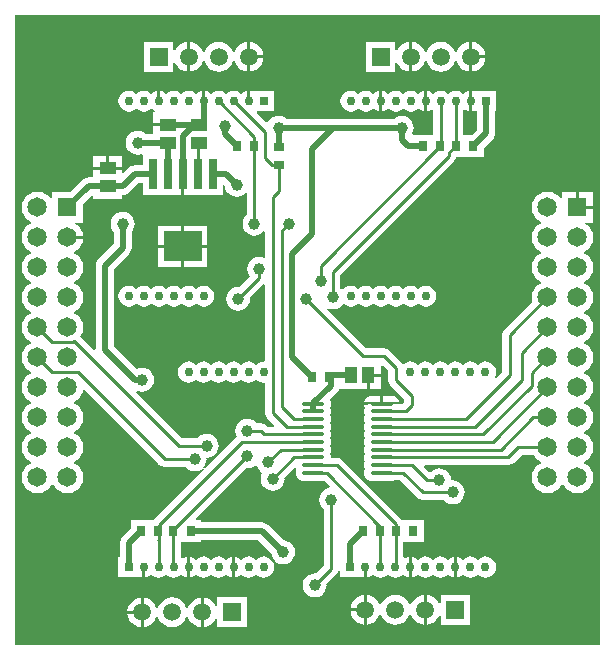
<source format=gbl>
%FSAX43Y43*%
%MOMM*%
G71*
G01*
G75*
G04 Layer_Physical_Order=2*
G04 Layer_Color=16711680*
%ADD10R,0.700X0.900*%
%ADD11R,0.900X0.700*%
%ADD12C,0.254*%
%ADD13C,0.500*%
%ADD14C,1.500*%
%ADD15R,1.500X1.500*%
%ADD16R,0.765X0.765*%
%ADD17C,0.765*%
%ADD18C,1.650*%
%ADD19R,1.650X1.650*%
%ADD20C,1.000*%
%ADD21R,1.400X1.100*%
%ADD22R,1.100X1.400*%
%ADD23R,0.700X2.500*%
%ADD24R,3.200X2.500*%
%ADD25O,2.000X0.350*%
G36*
X0104775Y0036830D02*
X0055245D01*
Y0090170D01*
X0104775D01*
Y0036830D01*
D02*
G37*
%LPC*%
G36*
X0086255Y0059563D02*
X0085332D01*
Y0058490D01*
X0086255D01*
Y0059563D01*
D02*
G37*
G36*
X0087164Y0057962D02*
X0086466D01*
Y0057408D01*
X0087828D01*
X0087822Y0057457D01*
X0087754Y0057621D01*
X0087645Y0057762D01*
X0087504Y0057871D01*
X0087340Y0057939D01*
X0087164Y0057962D01*
D02*
G37*
G36*
X0086212D02*
X0085514D01*
X0085338Y0057939D01*
X0085174Y0057871D01*
X0085033Y0057762D01*
X0084924Y0057621D01*
X0084856Y0057457D01*
X0084850Y0057408D01*
X0086212D01*
Y0057962D01*
D02*
G37*
G36*
X0084816Y0041074D02*
X0084617Y0041048D01*
X0084313Y0040922D01*
X0084051Y0040722D01*
X0083851Y0040460D01*
X0083725Y0040156D01*
X0083699Y0039957D01*
X0084816D01*
Y0041074D01*
D02*
G37*
G36*
X0065913Y0039497D02*
X0064796D01*
X0064822Y0039298D01*
X0064948Y0038994D01*
X0065148Y0038732D01*
X0065410Y0038532D01*
X0065714Y0038406D01*
X0065913Y0038380D01*
Y0039497D01*
D02*
G37*
G36*
X0084816Y0039703D02*
X0083699D01*
X0083725Y0039504D01*
X0083851Y0039200D01*
X0084051Y0038938D01*
X0084313Y0038738D01*
X0084617Y0038612D01*
X0084816Y0038586D01*
Y0039703D01*
D02*
G37*
G36*
X0065913Y0040868D02*
X0065714Y0040842D01*
X0065410Y0040716D01*
X0065148Y0040516D01*
X0064948Y0040254D01*
X0064822Y0039950D01*
X0064796Y0039751D01*
X0065913D01*
Y0040868D01*
D02*
G37*
G36*
X0095108Y0044345D02*
X0094878Y0044315D01*
X0094663Y0044226D01*
X0094479Y0044084D01*
X0094467D01*
X0094283Y0044226D01*
X0094068Y0044315D01*
X0093838Y0044345D01*
X0093608Y0044315D01*
X0093393Y0044226D01*
X0093209Y0044084D01*
X0093197D01*
X0093013Y0044226D01*
X0092798Y0044315D01*
X0092695Y0044328D01*
Y0043455D01*
Y0042582D01*
X0092798Y0042595D01*
X0093013Y0042684D01*
X0093197Y0042826D01*
X0093209D01*
X0093393Y0042684D01*
X0093608Y0042595D01*
X0093838Y0042565D01*
X0094068Y0042595D01*
X0094283Y0042684D01*
X0094467Y0042826D01*
X0094479D01*
X0094663Y0042684D01*
X0094878Y0042595D01*
X0095108Y0042565D01*
X0095338Y0042595D01*
X0095553Y0042684D01*
X0095737Y0042826D01*
X0095879Y0043010D01*
X0095968Y0043225D01*
X0095998Y0043455D01*
X0095968Y0043685D01*
X0095879Y0043900D01*
X0095737Y0044084D01*
X0095553Y0044226D01*
X0095338Y0044315D01*
X0095108Y0044345D01*
D02*
G37*
G36*
X0087483Y0041091D02*
X0087157Y0041048D01*
X0086853Y0040922D01*
X0086591Y0040722D01*
X0086391Y0040460D01*
X0086288Y0040211D01*
X0086138D01*
X0086035Y0040460D01*
X0085835Y0040722D01*
X0085573Y0040922D01*
X0085269Y0041048D01*
X0085070Y0041074D01*
Y0039830D01*
Y0038586D01*
X0085269Y0038612D01*
X0085573Y0038738D01*
X0085835Y0038938D01*
X0086035Y0039200D01*
X0086138Y0039449D01*
X0086288D01*
X0086391Y0039200D01*
X0086591Y0038938D01*
X0086853Y0038738D01*
X0087157Y0038612D01*
X0087483Y0038569D01*
X0087809Y0038612D01*
X0088113Y0038738D01*
X0088375Y0038938D01*
X0088575Y0039200D01*
X0088678Y0039449D01*
X0088828D01*
X0088931Y0039200D01*
X0089131Y0038938D01*
X0089393Y0038738D01*
X0089697Y0038612D01*
X0089896Y0038586D01*
Y0039830D01*
Y0041074D01*
X0089697Y0041048D01*
X0089393Y0040922D01*
X0089131Y0040722D01*
X0088931Y0040460D01*
X0088828Y0040211D01*
X0088678D01*
X0088575Y0040460D01*
X0088375Y0040722D01*
X0088113Y0040922D01*
X0087809Y0041048D01*
X0087483Y0041091D01*
D02*
G37*
G36*
X0074910Y0040874D02*
X0072410D01*
Y0040160D01*
X0072263Y0040131D01*
X0072212Y0040254D01*
X0072012Y0040516D01*
X0071750Y0040716D01*
X0071446Y0040842D01*
X0071247Y0040868D01*
Y0039624D01*
Y0038380D01*
X0071446Y0038406D01*
X0071750Y0038532D01*
X0072012Y0038732D01*
X0072212Y0038994D01*
X0072263Y0039117D01*
X0072410Y0039088D01*
Y0038374D01*
X0074910D01*
Y0040874D01*
D02*
G37*
G36*
X0068580Y0040885D02*
X0068254Y0040842D01*
X0067950Y0040716D01*
X0067688Y0040516D01*
X0067488Y0040254D01*
X0067385Y0040005D01*
X0067235D01*
X0067132Y0040254D01*
X0066932Y0040516D01*
X0066670Y0040716D01*
X0066366Y0040842D01*
X0066167Y0040868D01*
Y0039624D01*
Y0038380D01*
X0066366Y0038406D01*
X0066670Y0038532D01*
X0066932Y0038732D01*
X0067132Y0038994D01*
X0067235Y0039243D01*
X0067385D01*
X0067488Y0038994D01*
X0067688Y0038732D01*
X0067950Y0038532D01*
X0068254Y0038406D01*
X0068580Y0038363D01*
X0068906Y0038406D01*
X0069210Y0038532D01*
X0069472Y0038732D01*
X0069672Y0038994D01*
X0069775Y0039243D01*
X0069925D01*
X0070028Y0038994D01*
X0070228Y0038732D01*
X0070490Y0038532D01*
X0070794Y0038406D01*
X0070993Y0038380D01*
Y0039624D01*
Y0040868D01*
X0070794Y0040842D01*
X0070490Y0040716D01*
X0070228Y0040516D01*
X0070028Y0040254D01*
X0069925Y0040005D01*
X0069775D01*
X0069672Y0040254D01*
X0069472Y0040516D01*
X0069210Y0040716D01*
X0068906Y0040842D01*
X0068580Y0040885D01*
D02*
G37*
G36*
X0093813Y0041080D02*
X0091313D01*
Y0040367D01*
X0091166Y0040337D01*
X0091115Y0040460D01*
X0090915Y0040722D01*
X0090653Y0040922D01*
X0090349Y0041048D01*
X0090150Y0041074D01*
Y0039830D01*
Y0038586D01*
X0090349Y0038612D01*
X0090653Y0038738D01*
X0090915Y0038938D01*
X0091115Y0039200D01*
X0091166Y0039323D01*
X0091313Y0039293D01*
Y0038580D01*
X0093813D01*
Y0041080D01*
D02*
G37*
G36*
X0091298Y0044345D02*
X0091068Y0044315D01*
X0090853Y0044226D01*
X0090669Y0044084D01*
X0090657D01*
X0090473Y0044226D01*
X0090258Y0044315D01*
X0090028Y0044345D01*
X0089798Y0044315D01*
X0089583Y0044226D01*
X0089399Y0044084D01*
X0089387D01*
X0089203Y0044226D01*
X0088988Y0044315D01*
X0088885Y0044328D01*
Y0043455D01*
Y0042582D01*
X0088988Y0042595D01*
X0089203Y0042684D01*
X0089387Y0042826D01*
X0089399D01*
X0089583Y0042684D01*
X0089798Y0042595D01*
X0090028Y0042565D01*
X0090258Y0042595D01*
X0090473Y0042684D01*
X0090657Y0042826D01*
X0090669D01*
X0090853Y0042684D01*
X0091068Y0042595D01*
X0091298Y0042565D01*
X0091528Y0042595D01*
X0091743Y0042684D01*
X0091927Y0042826D01*
X0091939D01*
X0092123Y0042684D01*
X0092338Y0042595D01*
X0092441Y0042582D01*
Y0043455D01*
Y0044328D01*
X0092338Y0044315D01*
X0092123Y0044226D01*
X0091939Y0044084D01*
X0091927D01*
X0091743Y0044226D01*
X0091528Y0044315D01*
X0091298Y0044345D01*
D02*
G37*
G36*
X0076318D02*
X0076088Y0044315D01*
X0075873Y0044226D01*
X0075689Y0044084D01*
X0075677D01*
X0075493Y0044226D01*
X0075278Y0044315D01*
X0075048Y0044345D01*
X0074818Y0044315D01*
X0074603Y0044226D01*
X0074419Y0044084D01*
X0074407D01*
X0074223Y0044226D01*
X0074008Y0044315D01*
X0073905Y0044328D01*
Y0043455D01*
Y0042582D01*
X0074008Y0042595D01*
X0074223Y0042684D01*
X0074407Y0042826D01*
X0074419D01*
X0074603Y0042684D01*
X0074818Y0042595D01*
X0075048Y0042565D01*
X0075278Y0042595D01*
X0075493Y0042684D01*
X0075677Y0042826D01*
X0075689D01*
X0075873Y0042684D01*
X0076088Y0042595D01*
X0076318Y0042565D01*
X0076548Y0042595D01*
X0076763Y0042684D01*
X0076947Y0042826D01*
X0077089Y0043010D01*
X0077178Y0043225D01*
X0077208Y0043455D01*
X0077178Y0043685D01*
X0077089Y0043900D01*
X0076947Y0044084D01*
X0076763Y0044226D01*
X0076548Y0044315D01*
X0076318Y0044345D01*
D02*
G37*
G36*
X0072508D02*
X0072278Y0044315D01*
X0072063Y0044226D01*
X0071879Y0044084D01*
X0071867D01*
X0071683Y0044226D01*
X0071468Y0044315D01*
X0071238Y0044345D01*
X0071008Y0044315D01*
X0070793Y0044226D01*
X0070609Y0044084D01*
X0070597D01*
X0070413Y0044226D01*
X0070198Y0044315D01*
X0070095Y0044328D01*
Y0043455D01*
Y0042582D01*
X0070198Y0042595D01*
X0070413Y0042684D01*
X0070597Y0042826D01*
X0070609D01*
X0070793Y0042684D01*
X0071008Y0042595D01*
X0071238Y0042565D01*
X0071468Y0042595D01*
X0071683Y0042684D01*
X0071867Y0042826D01*
X0071879D01*
X0072063Y0042684D01*
X0072278Y0042595D01*
X0072508Y0042565D01*
X0072738Y0042595D01*
X0072953Y0042684D01*
X0073137Y0042826D01*
X0073149D01*
X0073333Y0042684D01*
X0073548Y0042595D01*
X0073651Y0042582D01*
Y0043455D01*
Y0044328D01*
X0073548Y0044315D01*
X0073333Y0044226D01*
X0073149Y0044084D01*
X0073137D01*
X0072953Y0044226D01*
X0072738Y0044315D01*
X0072508Y0044345D01*
D02*
G37*
G36*
X0087488Y0087905D02*
X0084988D01*
Y0085405D01*
X0087488D01*
Y0086118D01*
X0087635Y0086148D01*
X0087686Y0086025D01*
X0087886Y0085763D01*
X0088148Y0085563D01*
X0088452Y0085437D01*
X0088651Y0085411D01*
Y0086655D01*
Y0087899D01*
X0088452Y0087873D01*
X0088148Y0087747D01*
X0087886Y0087547D01*
X0087686Y0087285D01*
X0087635Y0087162D01*
X0087488Y0087191D01*
Y0087905D01*
D02*
G37*
G36*
X0076302Y0086528D02*
X0075185D01*
Y0085411D01*
X0075384Y0085437D01*
X0075688Y0085563D01*
X0075950Y0085763D01*
X0076150Y0086025D01*
X0076276Y0086329D01*
X0076302Y0086528D01*
D02*
G37*
G36*
X0068688Y0087905D02*
X0066188D01*
Y0085405D01*
X0068688D01*
Y0086118D01*
X0068835Y0086148D01*
X0068886Y0086025D01*
X0069086Y0085763D01*
X0069348Y0085563D01*
X0069652Y0085437D01*
X0069851Y0085411D01*
Y0086655D01*
Y0087899D01*
X0069652Y0087873D01*
X0069348Y0087747D01*
X0069086Y0087547D01*
X0068886Y0087285D01*
X0068835Y0087162D01*
X0068688Y0087191D01*
Y0087905D01*
D02*
G37*
G36*
X0095102Y0086528D02*
X0093985D01*
Y0085411D01*
X0094184Y0085437D01*
X0094488Y0085563D01*
X0094750Y0085763D01*
X0094950Y0086025D01*
X0095076Y0086329D01*
X0095102Y0086528D01*
D02*
G37*
G36*
X0072518Y0087916D02*
X0072192Y0087873D01*
X0071888Y0087747D01*
X0071626Y0087547D01*
X0071426Y0087285D01*
X0071323Y0087036D01*
X0071173D01*
X0071070Y0087285D01*
X0070870Y0087547D01*
X0070608Y0087747D01*
X0070304Y0087873D01*
X0070105Y0087899D01*
Y0086655D01*
Y0085411D01*
X0070304Y0085437D01*
X0070608Y0085563D01*
X0070870Y0085763D01*
X0071070Y0086025D01*
X0071173Y0086274D01*
X0071323D01*
X0071426Y0086025D01*
X0071626Y0085763D01*
X0071888Y0085563D01*
X0072192Y0085437D01*
X0072518Y0085394D01*
X0072844Y0085437D01*
X0073148Y0085563D01*
X0073410Y0085763D01*
X0073610Y0086025D01*
X0073713Y0086274D01*
X0073863D01*
X0073966Y0086025D01*
X0074166Y0085763D01*
X0074428Y0085563D01*
X0074732Y0085437D01*
X0074931Y0085411D01*
Y0086655D01*
Y0087899D01*
X0074732Y0087873D01*
X0074428Y0087747D01*
X0074166Y0087547D01*
X0073966Y0087285D01*
X0073863Y0087036D01*
X0073713D01*
X0073610Y0087285D01*
X0073410Y0087547D01*
X0073148Y0087747D01*
X0072844Y0087873D01*
X0072518Y0087916D01*
D02*
G37*
G36*
X0093985Y0087899D02*
Y0086782D01*
X0095102D01*
X0095076Y0086981D01*
X0094950Y0087285D01*
X0094750Y0087547D01*
X0094488Y0087747D01*
X0094184Y0087873D01*
X0093985Y0087899D01*
D02*
G37*
G36*
X0075185D02*
Y0086782D01*
X0076302D01*
X0076276Y0086981D01*
X0076150Y0087285D01*
X0075950Y0087547D01*
X0075688Y0087747D01*
X0075384Y0087873D01*
X0075185Y0087899D01*
D02*
G37*
G36*
X0092598Y0083795D02*
X0092368Y0083765D01*
X0092153Y0083676D01*
X0091969Y0083534D01*
X0091957D01*
X0091773Y0083676D01*
X0091558Y0083765D01*
X0091328Y0083795D01*
X0091098Y0083765D01*
X0090883Y0083676D01*
X0090699Y0083534D01*
X0090687D01*
X0090503Y0083676D01*
X0090288Y0083765D01*
X0090185Y0083778D01*
Y0082905D01*
Y0082032D01*
X0090288Y0082045D01*
X0090503Y0082134D01*
X0090554Y0082173D01*
X0090689Y0082107D01*
Y0080071D01*
X0088991D01*
X0088907Y0080196D01*
X0088985Y0080384D01*
X0089020Y0080645D01*
X0088985Y0080906D01*
X0088884Y0081149D01*
X0088724Y0081358D01*
X0088515Y0081519D01*
X0088272Y0081619D01*
X0088011Y0081654D01*
X0087750Y0081619D01*
X0087507Y0081519D01*
X0087354Y0081401D01*
X0078254D01*
X0078101Y0081519D01*
X0077858Y0081619D01*
X0077597Y0081654D01*
X0077336Y0081619D01*
X0077093Y0081519D01*
X0076884Y0081358D01*
X0076724Y0081149D01*
X0076700Y0081093D01*
X0076553Y0081064D01*
X0075733Y0081884D01*
X0075791Y0082022D01*
X0077230D01*
Y0083787D01*
X0075465D01*
Y0083787D01*
X0075384Y0083733D01*
X0075308Y0083765D01*
X0075205Y0083778D01*
Y0082905D01*
X0074951D01*
Y0083778D01*
X0074848Y0083765D01*
X0074633Y0083676D01*
X0074449Y0083534D01*
X0074437D01*
X0074253Y0083676D01*
X0074038Y0083765D01*
X0073808Y0083795D01*
X0073578Y0083765D01*
X0073363Y0083676D01*
X0073179Y0083534D01*
X0073167D01*
X0072983Y0083676D01*
X0072768Y0083765D01*
X0072538Y0083795D01*
X0072308Y0083765D01*
X0072093Y0083676D01*
X0071909Y0083534D01*
X0071897D01*
X0071713Y0083676D01*
X0071498Y0083765D01*
X0071395Y0083778D01*
Y0082905D01*
X0071141D01*
Y0083778D01*
X0071038Y0083765D01*
X0070823Y0083676D01*
X0070639Y0083534D01*
X0070627D01*
X0070443Y0083676D01*
X0070228Y0083765D01*
X0069998Y0083795D01*
X0069768Y0083765D01*
X0069553Y0083676D01*
X0069369Y0083534D01*
X0069357D01*
X0069173Y0083676D01*
X0068958Y0083765D01*
X0068728Y0083795D01*
X0068498Y0083765D01*
X0068283Y0083676D01*
X0068099Y0083534D01*
X0068087D01*
X0067903Y0083676D01*
X0067688Y0083765D01*
X0067585Y0083778D01*
Y0082905D01*
X0067331D01*
Y0083778D01*
X0067228Y0083765D01*
X0067013Y0083676D01*
X0066829Y0083534D01*
X0066817D01*
X0066633Y0083676D01*
X0066418Y0083765D01*
X0066188Y0083795D01*
X0065958Y0083765D01*
X0065743Y0083676D01*
X0065559Y0083534D01*
X0065547D01*
X0065363Y0083676D01*
X0065148Y0083765D01*
X0064918Y0083795D01*
X0064688Y0083765D01*
X0064473Y0083676D01*
X0064289Y0083534D01*
X0064147Y0083350D01*
X0064058Y0083135D01*
X0064028Y0082905D01*
X0064058Y0082675D01*
X0064147Y0082460D01*
X0064289Y0082276D01*
X0064473Y0082134D01*
X0064688Y0082045D01*
X0064918Y0082015D01*
X0065148Y0082045D01*
X0065363Y0082134D01*
X0065547Y0082276D01*
X0065559D01*
X0065743Y0082134D01*
X0065958Y0082045D01*
X0066188Y0082015D01*
X0066418Y0082045D01*
X0066633Y0082134D01*
X0066817Y0082276D01*
X0066829D01*
X0067013Y0082134D01*
X0067134Y0082084D01*
X0067104Y0081937D01*
X0066999D01*
Y0081014D01*
X0068199D01*
Y0080760D01*
X0066999D01*
Y0080143D01*
X0066300D01*
X0066163Y0080248D01*
X0065920Y0080349D01*
X0065659Y0080384D01*
X0065398Y0080349D01*
X0065155Y0080248D01*
X0064946Y0080088D01*
X0064785Y0079879D01*
X0064685Y0079636D01*
X0064650Y0079375D01*
X0064685Y0079114D01*
X0064785Y0078871D01*
X0064946Y0078662D01*
X0065155Y0078502D01*
X0065398Y0078401D01*
X0065659Y0078366D01*
X0065920Y0078401D01*
X0065954Y0078415D01*
X0066079Y0078332D01*
Y0077466D01*
X0065419D01*
X0065223Y0077441D01*
X0065041Y0077365D01*
X0064884Y0077245D01*
X0064458Y0076818D01*
X0064319Y0076876D01*
Y0077077D01*
X0061919D01*
Y0076754D01*
Y0076436D01*
X0061505D01*
X0061505Y0076436D01*
X0061309Y0076411D01*
X0061126Y0076335D01*
X0060970Y0076215D01*
X0060970Y0076215D01*
X0059973Y0075218D01*
X0058393D01*
Y0074720D01*
X0058251Y0074672D01*
X0058123Y0074838D01*
X0057846Y0075051D01*
X0057524Y0075184D01*
X0057178Y0075230D01*
X0056832Y0075184D01*
X0056510Y0075051D01*
X0056233Y0074838D01*
X0056021Y0074562D01*
X0055887Y0074239D01*
X0055842Y0073893D01*
X0055887Y0073548D01*
X0056021Y0073225D01*
X0056233Y0072948D01*
X0056510Y0072736D01*
X0056601Y0072698D01*
Y0072548D01*
X0056510Y0072511D01*
X0056233Y0072298D01*
X0056021Y0072022D01*
X0055887Y0071699D01*
X0055842Y0071353D01*
X0055887Y0071008D01*
X0056021Y0070685D01*
X0056233Y0070408D01*
X0056510Y0070196D01*
X0056601Y0070158D01*
Y0070008D01*
X0056510Y0069971D01*
X0056233Y0069758D01*
X0056021Y0069482D01*
X0055887Y0069159D01*
X0055842Y0068813D01*
X0055887Y0068468D01*
X0056021Y0068145D01*
X0056233Y0067868D01*
X0056510Y0067656D01*
X0056601Y0067618D01*
Y0067468D01*
X0056510Y0067431D01*
X0056233Y0067218D01*
X0056021Y0066942D01*
X0055887Y0066619D01*
X0055842Y0066273D01*
X0055887Y0065928D01*
X0056021Y0065605D01*
X0056233Y0065328D01*
X0056510Y0065116D01*
X0056601Y0065078D01*
Y0064928D01*
X0056510Y0064891D01*
X0056233Y0064678D01*
X0056021Y0064402D01*
X0055887Y0064079D01*
X0055842Y0063733D01*
X0055887Y0063388D01*
X0056021Y0063065D01*
X0056233Y0062788D01*
X0056510Y0062576D01*
X0056601Y0062538D01*
Y0062388D01*
X0056510Y0062351D01*
X0056233Y0062138D01*
X0056021Y0061862D01*
X0055887Y0061539D01*
X0055842Y0061193D01*
X0055887Y0060848D01*
X0056021Y0060525D01*
X0056233Y0060248D01*
X0056510Y0060036D01*
X0056601Y0059998D01*
Y0059848D01*
X0056510Y0059811D01*
X0056233Y0059598D01*
X0056021Y0059322D01*
X0055887Y0058999D01*
X0055842Y0058653D01*
X0055887Y0058308D01*
X0056021Y0057985D01*
X0056233Y0057708D01*
X0056510Y0057496D01*
X0056601Y0057458D01*
Y0057308D01*
X0056510Y0057271D01*
X0056233Y0057058D01*
X0056021Y0056782D01*
X0055887Y0056459D01*
X0055842Y0056113D01*
X0055887Y0055768D01*
X0056021Y0055445D01*
X0056233Y0055168D01*
X0056510Y0054956D01*
X0056601Y0054918D01*
Y0054768D01*
X0056510Y0054731D01*
X0056233Y0054518D01*
X0056021Y0054242D01*
X0055887Y0053919D01*
X0055842Y0053573D01*
X0055887Y0053228D01*
X0056021Y0052905D01*
X0056233Y0052628D01*
X0056510Y0052416D01*
X0056601Y0052378D01*
Y0052228D01*
X0056510Y0052191D01*
X0056233Y0051978D01*
X0056021Y0051702D01*
X0055887Y0051379D01*
X0055842Y0051033D01*
X0055887Y0050688D01*
X0056021Y0050365D01*
X0056233Y0050088D01*
X0056510Y0049876D01*
X0056832Y0049743D01*
X0057178Y0049697D01*
X0057524Y0049743D01*
X0057846Y0049876D01*
X0058123Y0050088D01*
X0058335Y0050365D01*
X0058373Y0050456D01*
X0058523D01*
X0058561Y0050365D01*
X0058773Y0050088D01*
X0059050Y0049876D01*
X0059372Y0049743D01*
X0059718Y0049697D01*
X0060064Y0049743D01*
X0060386Y0049876D01*
X0060663Y0050088D01*
X0060875Y0050365D01*
X0061009Y0050688D01*
X0061054Y0051033D01*
X0061009Y0051379D01*
X0060875Y0051702D01*
X0060663Y0051978D01*
X0060386Y0052191D01*
X0060295Y0052228D01*
Y0052378D01*
X0060386Y0052416D01*
X0060663Y0052628D01*
X0060875Y0052905D01*
X0061009Y0053228D01*
X0061054Y0053573D01*
X0061009Y0053919D01*
X0060875Y0054242D01*
X0060663Y0054518D01*
X0060386Y0054731D01*
X0060295Y0054768D01*
Y0054918D01*
X0060386Y0054956D01*
X0060663Y0055168D01*
X0060875Y0055445D01*
X0061009Y0055768D01*
X0061054Y0056113D01*
X0061009Y0056459D01*
X0060875Y0056782D01*
X0060663Y0057058D01*
X0060386Y0057271D01*
X0060295Y0057308D01*
Y0057458D01*
X0060386Y0057496D01*
X0060663Y0057708D01*
X0060875Y0057985D01*
X0061009Y0058308D01*
X0061022Y0058407D01*
X0061164Y0058455D01*
X0067493Y0052126D01*
X0067700Y0051987D01*
X0067945Y0051939D01*
X0069715D01*
X0069772Y0051865D01*
X0069981Y0051704D01*
X0070224Y0051604D01*
X0070485Y0051569D01*
X0070746Y0051604D01*
X0070989Y0051704D01*
X0071189Y0051858D01*
D01*
X0071237Y0051803D01*
X0071241Y0051698D01*
X0066976Y0047433D01*
X0066975Y0047432D01*
X0065075D01*
Y0046702D01*
X0064353Y0045980D01*
X0064233Y0045823D01*
X0064211Y0045770D01*
X0064157Y0045641D01*
X0064132Y0045445D01*
Y0044338D01*
X0064006D01*
Y0042572D01*
X0065771D01*
Y0042572D01*
X0065852Y0042627D01*
X0065928Y0042595D01*
X0066031Y0042582D01*
Y0043455D01*
X0066285D01*
Y0042582D01*
X0066388Y0042595D01*
X0066603Y0042684D01*
X0066787Y0042826D01*
X0066799D01*
X0066983Y0042684D01*
X0067198Y0042595D01*
X0067428Y0042565D01*
X0067658Y0042595D01*
X0067873Y0042684D01*
X0068057Y0042826D01*
X0068069D01*
X0068253Y0042684D01*
X0068468Y0042595D01*
X0068698Y0042565D01*
X0068928Y0042595D01*
X0069143Y0042684D01*
X0069327Y0042826D01*
X0069339D01*
X0069523Y0042684D01*
X0069738Y0042595D01*
X0069841Y0042582D01*
Y0043455D01*
Y0044328D01*
X0069738Y0044315D01*
X0069523Y0044226D01*
X0069456Y0044175D01*
X0069322Y0044241D01*
Y0045532D01*
X0071033D01*
Y0045726D01*
X0075887D01*
X0076979Y0044634D01*
X0077004Y0044443D01*
X0077104Y0044200D01*
X0077265Y0043991D01*
X0077474Y0043831D01*
X0077717Y0043730D01*
X0077978Y0043695D01*
X0078239Y0043730D01*
X0078482Y0043831D01*
X0078691Y0043991D01*
X0078852Y0044200D01*
X0078952Y0044443D01*
X0078987Y0044704D01*
X0078952Y0044965D01*
X0078852Y0045208D01*
X0078691Y0045417D01*
X0078482Y0045577D01*
X0078239Y0045678D01*
X0078048Y0045703D01*
X0076735Y0047017D01*
X0076578Y0047137D01*
X0076396Y0047213D01*
X0076200Y0047238D01*
X0071033D01*
Y0047432D01*
X0070630D01*
X0070573Y0047571D01*
X0074838Y0051836D01*
X0074930Y0051823D01*
X0075191Y0051858D01*
X0075434Y0051958D01*
X0075537Y0052037D01*
X0075692Y0052057D01*
X0075742Y0052044D01*
X0075835Y0051820D01*
X0075995Y0051611D01*
X0076204Y0051451D01*
X0076215Y0051431D01*
X0076115Y0051188D01*
X0076080Y0050927D01*
X0076115Y0050666D01*
X0076215Y0050423D01*
X0076376Y0050214D01*
X0076585Y0050054D01*
X0076828Y0049953D01*
X0077089Y0049918D01*
X0077350Y0049953D01*
X0077593Y0050054D01*
X0077802Y0050214D01*
X0077963Y0050423D01*
X0078063Y0050666D01*
X0078098Y0050927D01*
X0078085Y0051019D01*
X0078936Y0051870D01*
X0079032Y0051851D01*
X0079102Y0051718D01*
X0079056Y0051607D01*
X0079033Y0051431D01*
X0079056Y0051255D01*
X0079124Y0051091D01*
X0079233Y0050950D01*
X0079374Y0050841D01*
X0079538Y0050773D01*
X0079714Y0050750D01*
X0081364D01*
X0081433Y0050759D01*
X0081915Y0050277D01*
X0081867Y0050135D01*
X0081781Y0050123D01*
X0081538Y0050022D01*
X0081329Y0049862D01*
X0081169Y0049653D01*
X0081068Y0049410D01*
X0081033Y0049149D01*
X0081068Y0048888D01*
X0081169Y0048645D01*
X0081329Y0048436D01*
X0081403Y0048379D01*
Y0043572D01*
X0080737Y0042906D01*
X0080645Y0042919D01*
X0080384Y0042884D01*
X0080141Y0042784D01*
X0079932Y0042623D01*
X0079771Y0042414D01*
X0079671Y0042171D01*
X0079636Y0041910D01*
X0079671Y0041649D01*
X0079771Y0041406D01*
X0079932Y0041197D01*
X0080141Y0041036D01*
X0080384Y0040936D01*
X0080645Y0040901D01*
X0080906Y0040936D01*
X0081149Y0041036D01*
X0081358Y0041197D01*
X0081519Y0041406D01*
X0081619Y0041649D01*
X0081654Y0041910D01*
X0081641Y0042002D01*
X0082494Y0042855D01*
X0082633Y0043062D01*
X0082646Y0043131D01*
X0082796Y0043116D01*
Y0042572D01*
X0084561D01*
Y0042572D01*
X0084642Y0042627D01*
X0084718Y0042595D01*
X0084821Y0042582D01*
Y0043455D01*
X0085075D01*
Y0042582D01*
X0085178Y0042595D01*
X0085393Y0042684D01*
X0085577Y0042826D01*
X0085589D01*
X0085773Y0042684D01*
X0085988Y0042595D01*
X0086218Y0042565D01*
X0086448Y0042595D01*
X0086663Y0042684D01*
X0086847Y0042826D01*
X0086859D01*
X0087043Y0042684D01*
X0087258Y0042595D01*
X0087488Y0042565D01*
X0087718Y0042595D01*
X0087933Y0042684D01*
X0088117Y0042826D01*
X0088129D01*
X0088313Y0042684D01*
X0088528Y0042595D01*
X0088631Y0042582D01*
Y0043455D01*
Y0044328D01*
X0088528Y0044315D01*
X0088313Y0044226D01*
X0088289Y0044207D01*
X0088154Y0044274D01*
Y0045532D01*
X0089865D01*
Y0047432D01*
X0088051D01*
X0087967Y0047557D01*
X0082991Y0052533D01*
X0082784Y0052672D01*
X0082539Y0052720D01*
X0082054D01*
X0082045Y0052731D01*
X0082022Y0052907D01*
X0081960Y0053056D01*
X0082022Y0053205D01*
X0082045Y0053381D01*
X0082022Y0053557D01*
X0081960Y0053706D01*
X0082022Y0053855D01*
X0082045Y0054031D01*
X0082022Y0054207D01*
X0081960Y0054356D01*
X0082022Y0054505D01*
X0082045Y0054681D01*
X0082022Y0054857D01*
X0081960Y0055006D01*
X0082022Y0055155D01*
X0082045Y0055331D01*
X0082022Y0055507D01*
X0081960Y0055656D01*
X0082022Y0055805D01*
X0082045Y0055981D01*
X0082022Y0056157D01*
X0081960Y0056306D01*
X0082022Y0056455D01*
X0082045Y0056631D01*
X0082022Y0056807D01*
X0081960Y0056956D01*
X0082022Y0057105D01*
X0082045Y0057281D01*
X0082022Y0057457D01*
X0081954Y0057621D01*
X0081944Y0057634D01*
X0082565Y0058254D01*
X0082685Y0058411D01*
X0082718Y0058490D01*
X0085078D01*
Y0059690D01*
X0085205D01*
Y0059817D01*
X0086255D01*
Y0060473D01*
X0086394Y0060530D01*
X0086864Y0060060D01*
Y0059309D01*
X0086864Y0059309D01*
X0086864D01*
X0086912Y0059064D01*
X0087051Y0058857D01*
X0088250Y0057658D01*
Y0057404D01*
X0088116Y0057270D01*
X0087854D01*
X0087845Y0057281D01*
X0087843Y0057270D01*
X0087384D01*
X0087340Y0057289D01*
X0087164Y0057312D01*
X0085514D01*
X0085338Y0057289D01*
X0085174Y0057221D01*
X0085087Y0057154D01*
X0084850D01*
X0084856Y0057105D01*
X0084918Y0056956D01*
X0084856Y0056807D01*
X0084833Y0056631D01*
X0084856Y0056455D01*
X0084918Y0056306D01*
X0084856Y0056157D01*
X0084833Y0055981D01*
X0084856Y0055805D01*
X0084918Y0055656D01*
X0084856Y0055507D01*
X0084833Y0055331D01*
X0084856Y0055155D01*
X0084918Y0055006D01*
X0084856Y0054857D01*
X0084833Y0054681D01*
X0084856Y0054505D01*
X0084918Y0054356D01*
X0084856Y0054207D01*
X0084833Y0054031D01*
X0084856Y0053855D01*
X0084918Y0053706D01*
X0084856Y0053557D01*
X0084833Y0053381D01*
X0084856Y0053205D01*
X0084918Y0053056D01*
X0084856Y0052907D01*
X0084833Y0052731D01*
X0084856Y0052555D01*
X0084918Y0052406D01*
X0084856Y0052257D01*
X0084833Y0052081D01*
X0084856Y0051905D01*
X0084918Y0051756D01*
X0084856Y0051607D01*
X0084833Y0051431D01*
X0084856Y0051255D01*
X0084924Y0051091D01*
X0085033Y0050950D01*
X0085174Y0050841D01*
X0085338Y0050773D01*
X0085514Y0050750D01*
X0087164D01*
X0087340Y0050773D01*
X0087384Y0050792D01*
X0087877D01*
X0089337Y0049332D01*
X0089544Y0049193D01*
X0089789Y0049145D01*
X0091559D01*
X0091616Y0049071D01*
X0091825Y0048910D01*
X0092068Y0048810D01*
X0092329Y0048775D01*
X0092590Y0048810D01*
X0092833Y0048910D01*
X0093042Y0049071D01*
X0093202Y0049280D01*
X0093303Y0049523D01*
X0093338Y0049784D01*
X0093303Y0050045D01*
X0093202Y0050288D01*
X0093042Y0050497D01*
X0092833Y0050658D01*
X0092590Y0050758D01*
X0092329Y0050793D01*
X0092303Y0050789D01*
X0092184Y0050881D01*
X0092160Y0051061D01*
X0092060Y0051304D01*
X0091899Y0051513D01*
X0091690Y0051674D01*
X0091447Y0051774D01*
X0091186Y0051809D01*
X0090925Y0051774D01*
X0090682Y0051674D01*
X0090473Y0051513D01*
X0090368Y0051506D01*
X0089921Y0051953D01*
X0089978Y0052092D01*
X0097054D01*
X0097299Y0052140D01*
X0097506Y0052279D01*
X0097506Y0052279D01*
X0097506Y0052279D01*
X0098161Y0052934D01*
X0099189D01*
X0099201Y0052905D01*
X0099413Y0052628D01*
X0099690Y0052416D01*
X0099781Y0052378D01*
Y0052228D01*
X0099690Y0052191D01*
X0099413Y0051978D01*
X0099201Y0051702D01*
X0099067Y0051379D01*
X0099022Y0051033D01*
X0099067Y0050688D01*
X0099201Y0050365D01*
X0099413Y0050088D01*
X0099690Y0049876D01*
X0100012Y0049743D01*
X0100358Y0049697D01*
X0100704Y0049743D01*
X0101026Y0049876D01*
X0101303Y0050088D01*
X0101515Y0050365D01*
X0101553Y0050456D01*
X0101703D01*
X0101741Y0050365D01*
X0101953Y0050088D01*
X0102230Y0049876D01*
X0102552Y0049743D01*
X0102898Y0049697D01*
X0103244Y0049743D01*
X0103566Y0049876D01*
X0103843Y0050088D01*
X0104055Y0050365D01*
X0104189Y0050688D01*
X0104234Y0051033D01*
X0104189Y0051379D01*
X0104055Y0051702D01*
X0103843Y0051978D01*
X0103566Y0052191D01*
X0103475Y0052228D01*
Y0052378D01*
X0103566Y0052416D01*
X0103843Y0052628D01*
X0104055Y0052905D01*
X0104189Y0053228D01*
X0104234Y0053573D01*
X0104189Y0053919D01*
X0104055Y0054242D01*
X0103843Y0054518D01*
X0103566Y0054731D01*
X0103475Y0054768D01*
Y0054918D01*
X0103566Y0054956D01*
X0103843Y0055168D01*
X0104055Y0055445D01*
X0104189Y0055768D01*
X0104234Y0056113D01*
X0104189Y0056459D01*
X0104055Y0056782D01*
X0103843Y0057058D01*
X0103566Y0057271D01*
X0103475Y0057308D01*
Y0057458D01*
X0103566Y0057496D01*
X0103843Y0057708D01*
X0104055Y0057985D01*
X0104189Y0058308D01*
X0104234Y0058653D01*
X0104189Y0058999D01*
X0104055Y0059322D01*
X0103843Y0059598D01*
X0103566Y0059811D01*
X0103475Y0059848D01*
Y0059998D01*
X0103566Y0060036D01*
X0103843Y0060248D01*
X0104055Y0060525D01*
X0104189Y0060848D01*
X0104234Y0061193D01*
X0104189Y0061539D01*
X0104055Y0061862D01*
X0103843Y0062138D01*
X0103566Y0062351D01*
X0103475Y0062388D01*
Y0062538D01*
X0103566Y0062576D01*
X0103843Y0062788D01*
X0104055Y0063065D01*
X0104189Y0063388D01*
X0104234Y0063733D01*
X0104189Y0064079D01*
X0104055Y0064402D01*
X0103843Y0064678D01*
X0103566Y0064891D01*
X0103475Y0064928D01*
Y0065078D01*
X0103566Y0065116D01*
X0103843Y0065328D01*
X0104055Y0065605D01*
X0104189Y0065928D01*
X0104234Y0066273D01*
X0104189Y0066619D01*
X0104055Y0066942D01*
X0103843Y0067218D01*
X0103566Y0067431D01*
X0103475Y0067468D01*
Y0067618D01*
X0103566Y0067656D01*
X0103843Y0067868D01*
X0104055Y0068145D01*
X0104189Y0068468D01*
X0104234Y0068813D01*
X0104189Y0069159D01*
X0104055Y0069482D01*
X0103843Y0069758D01*
X0103566Y0069971D01*
X0103475Y0070008D01*
Y0070158D01*
X0103566Y0070196D01*
X0103843Y0070408D01*
X0104055Y0070685D01*
X0104189Y0071008D01*
X0104234Y0071353D01*
X0104189Y0071699D01*
X0104055Y0072022D01*
X0103843Y0072298D01*
X0103566Y0072511D01*
X0103578Y0072568D01*
X0104223D01*
Y0073766D01*
X0102898D01*
Y0073893D01*
X0102771D01*
Y0075218D01*
X0101573D01*
Y0074720D01*
X0101431Y0074672D01*
X0101303Y0074838D01*
X0101026Y0075051D01*
X0100704Y0075184D01*
X0100358Y0075230D01*
X0100012Y0075184D01*
X0099690Y0075051D01*
X0099413Y0074838D01*
X0099201Y0074562D01*
X0099067Y0074239D01*
X0099022Y0073893D01*
X0099067Y0073548D01*
X0099201Y0073225D01*
X0099413Y0072948D01*
X0099690Y0072736D01*
X0099781Y0072698D01*
Y0072548D01*
X0099690Y0072511D01*
X0099413Y0072298D01*
X0099201Y0072022D01*
X0099067Y0071699D01*
X0099022Y0071353D01*
X0099067Y0071008D01*
X0099201Y0070685D01*
X0099413Y0070408D01*
X0099690Y0070196D01*
X0099781Y0070158D01*
Y0070008D01*
X0099690Y0069971D01*
X0099413Y0069758D01*
X0099201Y0069482D01*
X0099067Y0069159D01*
X0099022Y0068813D01*
X0099067Y0068468D01*
X0099201Y0068145D01*
X0099413Y0067868D01*
X0099690Y0067656D01*
X0099781Y0067618D01*
Y0067468D01*
X0099690Y0067431D01*
X0099413Y0067218D01*
X0099201Y0066942D01*
X0099067Y0066619D01*
X0099022Y0066273D01*
X0099067Y0065928D01*
X0099079Y0065899D01*
X0096703Y0063522D01*
X0096564Y0063315D01*
X0096516Y0063070D01*
Y0059955D01*
X0096008Y0059447D01*
X0095883Y0059530D01*
X0095968Y0059735D01*
X0095998Y0059965D01*
X0095968Y0060195D01*
X0095879Y0060410D01*
X0095737Y0060594D01*
X0095553Y0060736D01*
X0095338Y0060825D01*
X0095108Y0060855D01*
X0094878Y0060825D01*
X0094663Y0060736D01*
X0094479Y0060594D01*
X0094467D01*
X0094283Y0060736D01*
X0094068Y0060825D01*
X0093838Y0060855D01*
X0093608Y0060825D01*
X0093393Y0060736D01*
X0093209Y0060594D01*
X0093197D01*
X0093013Y0060736D01*
X0092798Y0060825D01*
X0092568Y0060855D01*
X0092338Y0060825D01*
X0092123Y0060736D01*
X0091939Y0060594D01*
X0091927D01*
X0091743Y0060736D01*
X0091528Y0060825D01*
X0091298Y0060855D01*
X0091068Y0060825D01*
X0090853Y0060736D01*
X0090669Y0060594D01*
X0090657D01*
X0090473Y0060736D01*
X0090258Y0060825D01*
X0090028Y0060855D01*
X0089798Y0060825D01*
X0089583Y0060736D01*
X0089399Y0060594D01*
X0089387D01*
X0089203Y0060736D01*
X0088988Y0060825D01*
X0088758Y0060855D01*
X0088528Y0060825D01*
X0088313Y0060736D01*
X0088182Y0060635D01*
X0088047Y0060657D01*
X0088023Y0060676D01*
X0087955Y0060777D01*
X0086939Y0061793D01*
X0086732Y0061932D01*
X0086487Y0061980D01*
X0084974D01*
X0081713Y0065241D01*
X0081796Y0065366D01*
X0081908Y0065320D01*
X0082169Y0065285D01*
X0082430Y0065320D01*
X0082673Y0065421D01*
X0082882Y0065581D01*
X0082946Y0065664D01*
X0083008Y0065712D01*
X0083128Y0065727D01*
X0083263Y0065624D01*
X0083478Y0065535D01*
X0083708Y0065505D01*
X0083938Y0065535D01*
X0084153Y0065624D01*
X0084337Y0065766D01*
X0084349D01*
X0084533Y0065624D01*
X0084748Y0065535D01*
X0084978Y0065505D01*
X0085208Y0065535D01*
X0085423Y0065624D01*
X0085607Y0065766D01*
X0085619D01*
X0085803Y0065624D01*
X0086018Y0065535D01*
X0086248Y0065505D01*
X0086478Y0065535D01*
X0086693Y0065624D01*
X0086877Y0065766D01*
X0086889D01*
X0087073Y0065624D01*
X0087288Y0065535D01*
X0087518Y0065505D01*
X0087748Y0065535D01*
X0087963Y0065624D01*
X0088147Y0065766D01*
X0088159D01*
X0088343Y0065624D01*
X0088558Y0065535D01*
X0088788Y0065505D01*
X0089018Y0065535D01*
X0089233Y0065624D01*
X0089417Y0065766D01*
X0089429D01*
X0089613Y0065624D01*
X0089828Y0065535D01*
X0090058Y0065505D01*
X0090288Y0065535D01*
X0090503Y0065624D01*
X0090687Y0065766D01*
X0090829Y0065950D01*
X0090918Y0066165D01*
X0090948Y0066395D01*
X0090918Y0066625D01*
X0090829Y0066840D01*
X0090687Y0067024D01*
X0090503Y0067166D01*
X0090288Y0067255D01*
X0090058Y0067285D01*
X0089828Y0067255D01*
X0089613Y0067166D01*
X0089429Y0067024D01*
X0089417D01*
X0089233Y0067166D01*
X0089018Y0067255D01*
X0088788Y0067285D01*
X0088558Y0067255D01*
X0088343Y0067166D01*
X0088159Y0067024D01*
X0088147D01*
X0087963Y0067166D01*
X0087748Y0067255D01*
X0087518Y0067285D01*
X0087288Y0067255D01*
X0087073Y0067166D01*
X0086889Y0067024D01*
X0086877D01*
X0086693Y0067166D01*
X0086478Y0067255D01*
X0086248Y0067285D01*
X0086018Y0067255D01*
X0085803Y0067166D01*
X0085619Y0067024D01*
X0085607D01*
X0085423Y0067166D01*
X0085208Y0067255D01*
X0084978Y0067285D01*
X0084748Y0067255D01*
X0084533Y0067166D01*
X0084349Y0067024D01*
X0084337D01*
X0084153Y0067166D01*
X0083938Y0067255D01*
X0083708Y0067285D01*
X0083478Y0067255D01*
X0083263Y0067166D01*
X0083079Y0067024D01*
X0083049Y0066986D01*
X0082899D01*
X0082882Y0067007D01*
X0082808Y0067064D01*
Y0068162D01*
X0092484Y0077838D01*
X0092623Y0078045D01*
X0092648Y0078171D01*
X0094945D01*
Y0078901D01*
X0095673Y0079629D01*
X0095793Y0079786D01*
X0095869Y0079968D01*
X0095882Y0080066D01*
X0095894Y0080164D01*
X0095894Y0080164D01*
Y0082022D01*
X0096021D01*
Y0083787D01*
X0094256D01*
Y0083787D01*
X0094174Y0083733D01*
X0094098Y0083765D01*
X0093995Y0083778D01*
Y0082905D01*
Y0082032D01*
X0094098Y0082045D01*
X0094174Y0082077D01*
X0094256Y0082022D01*
Y0082022D01*
X0094382Y0082022D01*
Y0080477D01*
X0093975Y0080071D01*
X0093237D01*
Y0082107D01*
X0093372Y0082173D01*
X0093423Y0082134D01*
X0093638Y0082045D01*
X0093741Y0082032D01*
Y0082905D01*
Y0083778D01*
X0093638Y0083765D01*
X0093423Y0083676D01*
X0093239Y0083534D01*
X0093227D01*
X0093043Y0083676D01*
X0092828Y0083765D01*
X0092598Y0083795D01*
D02*
G37*
G36*
X0062992Y0078254D02*
X0061919D01*
Y0077331D01*
X0062992D01*
Y0078254D01*
D02*
G37*
G36*
X0104223Y0075218D02*
X0103025D01*
Y0074020D01*
X0104223D01*
Y0075218D01*
D02*
G37*
G36*
X0091318Y0087916D02*
X0090992Y0087873D01*
X0090688Y0087747D01*
X0090426Y0087547D01*
X0090226Y0087285D01*
X0090123Y0087036D01*
X0089973D01*
X0089870Y0087285D01*
X0089670Y0087547D01*
X0089408Y0087747D01*
X0089104Y0087873D01*
X0088905Y0087899D01*
Y0086655D01*
Y0085411D01*
X0089104Y0085437D01*
X0089408Y0085563D01*
X0089670Y0085763D01*
X0089870Y0086025D01*
X0089973Y0086274D01*
X0090123D01*
X0090226Y0086025D01*
X0090426Y0085763D01*
X0090688Y0085563D01*
X0090992Y0085437D01*
X0091318Y0085394D01*
X0091644Y0085437D01*
X0091948Y0085563D01*
X0092210Y0085763D01*
X0092410Y0086025D01*
X0092513Y0086274D01*
X0092663D01*
X0092766Y0086025D01*
X0092966Y0085763D01*
X0093228Y0085563D01*
X0093532Y0085437D01*
X0093731Y0085411D01*
Y0086655D01*
Y0087899D01*
X0093532Y0087873D01*
X0093228Y0087747D01*
X0092966Y0087547D01*
X0092766Y0087285D01*
X0092663Y0087036D01*
X0092513D01*
X0092410Y0087285D01*
X0092210Y0087547D01*
X0091948Y0087747D01*
X0091644Y0087873D01*
X0091318Y0087916D01*
D02*
G37*
G36*
X0084978Y0083795D02*
X0084748Y0083765D01*
X0084533Y0083676D01*
X0084349Y0083534D01*
X0084337D01*
X0084153Y0083676D01*
X0083938Y0083765D01*
X0083708Y0083795D01*
X0083478Y0083765D01*
X0083263Y0083676D01*
X0083079Y0083534D01*
X0082937Y0083350D01*
X0082848Y0083135D01*
X0082818Y0082905D01*
X0082848Y0082675D01*
X0082937Y0082460D01*
X0083079Y0082276D01*
X0083263Y0082134D01*
X0083478Y0082045D01*
X0083708Y0082015D01*
X0083938Y0082045D01*
X0084153Y0082134D01*
X0084337Y0082276D01*
X0084349D01*
X0084533Y0082134D01*
X0084748Y0082045D01*
X0084978Y0082015D01*
X0085208Y0082045D01*
X0085423Y0082134D01*
X0085607Y0082276D01*
X0085619D01*
X0085803Y0082134D01*
X0086018Y0082045D01*
X0086121Y0082032D01*
Y0082905D01*
Y0083778D01*
X0086018Y0083765D01*
X0085803Y0083676D01*
X0085619Y0083534D01*
X0085607D01*
X0085423Y0083676D01*
X0085208Y0083765D01*
X0084978Y0083795D01*
D02*
G37*
G36*
X0088788D02*
X0088558Y0083765D01*
X0088343Y0083676D01*
X0088159Y0083534D01*
X0088147D01*
X0087963Y0083676D01*
X0087748Y0083765D01*
X0087518Y0083795D01*
X0087288Y0083765D01*
X0087073Y0083676D01*
X0086889Y0083534D01*
X0086877D01*
X0086693Y0083676D01*
X0086478Y0083765D01*
X0086375Y0083778D01*
Y0082905D01*
Y0082032D01*
X0086478Y0082045D01*
X0086693Y0082134D01*
X0086877Y0082276D01*
X0086889D01*
X0087073Y0082134D01*
X0087288Y0082045D01*
X0087518Y0082015D01*
X0087748Y0082045D01*
X0087963Y0082134D01*
X0088147Y0082276D01*
X0088159D01*
X0088343Y0082134D01*
X0088558Y0082045D01*
X0088788Y0082015D01*
X0089018Y0082045D01*
X0089233Y0082134D01*
X0089417Y0082276D01*
X0089429D01*
X0089613Y0082134D01*
X0089828Y0082045D01*
X0089931Y0082032D01*
Y0082905D01*
Y0083778D01*
X0089828Y0083765D01*
X0089613Y0083676D01*
X0089429Y0083534D01*
X0089417D01*
X0089233Y0083676D01*
X0089018Y0083765D01*
X0088788Y0083795D01*
D02*
G37*
G36*
X0064319Y0078254D02*
X0063246D01*
Y0077331D01*
X0064319D01*
Y0078254D01*
D02*
G37*
%LPD*%
G36*
X0069596Y0074960D02*
X0072859D01*
Y0075735D01*
X0072920Y0075760D01*
X0073050Y0075686D01*
X0073067Y0075558D01*
X0073168Y0075315D01*
X0073328Y0075106D01*
X0073537Y0074946D01*
X0073780Y0074845D01*
X0074041Y0074810D01*
X0074302Y0074845D01*
X0074545Y0074946D01*
X0074754Y0075106D01*
X0074772Y0075129D01*
X0074914Y0075080D01*
Y0073299D01*
X0074840Y0073242D01*
X0074680Y0073033D01*
X0074579Y0072790D01*
X0074544Y0072529D01*
X0074579Y0072268D01*
X0074680Y0072025D01*
X0074840Y0071816D01*
X0075049Y0071656D01*
X0075292Y0071555D01*
X0075553Y0071520D01*
X0075814Y0071555D01*
X0076057Y0071656D01*
X0076266Y0071816D01*
X0076308Y0071870D01*
X0076450Y0071822D01*
Y0069716D01*
X0076325Y0069632D01*
X0076207Y0069681D01*
X0075946Y0069716D01*
X0075685Y0069681D01*
X0075442Y0069580D01*
X0075233Y0069420D01*
X0075073Y0069211D01*
X0074972Y0068968D01*
X0074937Y0068707D01*
X0074972Y0068446D01*
X0075073Y0068203D01*
X0075171Y0068074D01*
X0074260Y0067163D01*
X0074168Y0067176D01*
X0073907Y0067141D01*
X0073664Y0067040D01*
X0073455Y0066880D01*
X0073295Y0066671D01*
X0073194Y0066428D01*
X0073159Y0066167D01*
X0073194Y0065906D01*
X0073295Y0065663D01*
X0073455Y0065454D01*
X0073664Y0065294D01*
X0073907Y0065193D01*
X0074168Y0065158D01*
X0074429Y0065193D01*
X0074672Y0065294D01*
X0074881Y0065454D01*
X0075041Y0065663D01*
X0075142Y0065906D01*
X0075177Y0066167D01*
X0075164Y0066259D01*
X0076311Y0067406D01*
X0076450Y0067349D01*
Y0060952D01*
X0076337Y0060853D01*
X0076318Y0060855D01*
X0076088Y0060825D01*
X0075873Y0060736D01*
X0075689Y0060594D01*
X0075677D01*
X0075493Y0060736D01*
X0075278Y0060825D01*
X0075048Y0060855D01*
X0074818Y0060825D01*
X0074603Y0060736D01*
X0074419Y0060594D01*
X0074407D01*
X0074223Y0060736D01*
X0074008Y0060825D01*
X0073778Y0060855D01*
X0073548Y0060825D01*
X0073333Y0060736D01*
X0073149Y0060594D01*
X0073137D01*
X0072953Y0060736D01*
X0072738Y0060825D01*
X0072508Y0060855D01*
X0072278Y0060825D01*
X0072063Y0060736D01*
X0071879Y0060594D01*
X0071867D01*
X0071683Y0060736D01*
X0071468Y0060825D01*
X0071238Y0060855D01*
X0071008Y0060825D01*
X0070793Y0060736D01*
X0070609Y0060594D01*
X0070597D01*
X0070413Y0060736D01*
X0070198Y0060825D01*
X0069968Y0060855D01*
X0069738Y0060825D01*
X0069523Y0060736D01*
X0069339Y0060594D01*
X0069197Y0060410D01*
X0069108Y0060195D01*
X0069078Y0059965D01*
X0069108Y0059735D01*
X0069197Y0059520D01*
X0069339Y0059336D01*
X0069523Y0059194D01*
X0069738Y0059105D01*
X0069968Y0059075D01*
X0070198Y0059105D01*
X0070413Y0059194D01*
X0070597Y0059336D01*
X0070609D01*
X0070793Y0059194D01*
X0071008Y0059105D01*
X0071238Y0059075D01*
X0071468Y0059105D01*
X0071683Y0059194D01*
X0071867Y0059336D01*
X0071879D01*
X0072063Y0059194D01*
X0072278Y0059105D01*
X0072508Y0059075D01*
X0072738Y0059105D01*
X0072953Y0059194D01*
X0073137Y0059336D01*
X0073149D01*
X0073333Y0059194D01*
X0073548Y0059105D01*
X0073778Y0059075D01*
X0074008Y0059105D01*
X0074223Y0059194D01*
X0074407Y0059336D01*
X0074419D01*
X0074603Y0059194D01*
X0074818Y0059105D01*
X0075048Y0059075D01*
X0075278Y0059105D01*
X0075493Y0059194D01*
X0075677Y0059336D01*
X0075689D01*
X0075873Y0059194D01*
X0076088Y0059105D01*
X0076318Y0059075D01*
X0076337Y0059077D01*
X0076450Y0058978D01*
Y0056515D01*
X0076450Y0056515D01*
X0076450D01*
X0076498Y0056270D01*
X0076637Y0056063D01*
X0077241Y0055459D01*
X0077184Y0055320D01*
X0076648D01*
X0076525Y0055443D01*
X0076318Y0055582D01*
X0076073Y0055630D01*
X0075700D01*
X0075643Y0055704D01*
X0075434Y0055864D01*
X0075191Y0055965D01*
X0074930Y0056000D01*
X0074669Y0055965D01*
X0074426Y0055864D01*
X0074217Y0055704D01*
X0074057Y0055495D01*
X0073956Y0055252D01*
X0073921Y0054991D01*
X0073956Y0054730D01*
X0074051Y0054500D01*
X0074026Y0054483D01*
X0071365Y0051822D01*
X0071260Y0051826D01*
X0071240Y0051844D01*
X0071205Y0051874D01*
X0071358Y0052074D01*
X0071459Y0052317D01*
X0071494Y0052578D01*
X0071479Y0052690D01*
X0071501Y0052712D01*
X0071762Y0052747D01*
X0072005Y0052847D01*
X0072214Y0053008D01*
X0072374Y0053217D01*
X0072475Y0053460D01*
X0072510Y0053721D01*
X0072475Y0053982D01*
X0072374Y0054225D01*
X0072214Y0054434D01*
X0072005Y0054595D01*
X0071762Y0054695D01*
X0071501Y0054730D01*
X0071240Y0054695D01*
X0070997Y0054595D01*
X0070788Y0054434D01*
X0070731Y0054360D01*
X0069456D01*
X0065543Y0058273D01*
X0065626Y0058398D01*
X0065779Y0058335D01*
X0066040Y0058300D01*
X0066301Y0058335D01*
X0066544Y0058436D01*
X0066753Y0058596D01*
X0066913Y0058805D01*
X0067014Y0059048D01*
X0067049Y0059309D01*
X0067014Y0059570D01*
X0066913Y0059813D01*
X0066753Y0060022D01*
X0066544Y0060182D01*
X0066301Y0060283D01*
X0066040Y0060318D01*
X0065779Y0060283D01*
X0065582Y0060202D01*
X0063621Y0062162D01*
Y0068648D01*
X0064924Y0069950D01*
X0065044Y0070107D01*
X0065120Y0070289D01*
X0065145Y0070485D01*
X0065145Y0070485D01*
X0065145Y0070485D01*
Y0070485D01*
Y0071860D01*
X0065262Y0072013D01*
X0065363Y0072256D01*
X0065398Y0072517D01*
X0065363Y0072778D01*
X0065262Y0073021D01*
X0065102Y0073230D01*
X0064893Y0073391D01*
X0064650Y0073491D01*
X0064389Y0073526D01*
X0064128Y0073491D01*
X0063885Y0073391D01*
X0063676Y0073230D01*
X0063515Y0073021D01*
X0063415Y0072778D01*
X0063380Y0072517D01*
X0063415Y0072256D01*
X0063515Y0072013D01*
X0063633Y0071860D01*
Y0070798D01*
X0062330Y0069496D01*
X0062210Y0069339D01*
X0062134Y0069157D01*
X0062109Y0068961D01*
Y0061904D01*
X0061970Y0061846D01*
X0060821Y0062995D01*
X0060875Y0063065D01*
X0061009Y0063388D01*
X0061054Y0063733D01*
X0061009Y0064079D01*
X0060875Y0064402D01*
X0060663Y0064678D01*
X0060386Y0064891D01*
X0060295Y0064928D01*
Y0065078D01*
X0060386Y0065116D01*
X0060663Y0065328D01*
X0060875Y0065605D01*
X0061009Y0065928D01*
X0061054Y0066273D01*
X0061009Y0066619D01*
X0060875Y0066942D01*
X0060663Y0067218D01*
X0060386Y0067431D01*
X0060295Y0067468D01*
Y0067618D01*
X0060386Y0067656D01*
X0060663Y0067868D01*
X0060875Y0068145D01*
X0061009Y0068468D01*
X0061054Y0068813D01*
X0061009Y0069159D01*
X0060875Y0069482D01*
X0060663Y0069758D01*
X0060386Y0069971D01*
X0060295Y0070008D01*
Y0070158D01*
X0060386Y0070196D01*
X0060663Y0070408D01*
X0060875Y0070685D01*
X0061009Y0071008D01*
X0061038Y0071226D01*
X0059718D01*
Y0071480D01*
X0061038D01*
X0061009Y0071699D01*
X0060875Y0072022D01*
X0060663Y0072298D01*
X0060386Y0072511D01*
X0060398Y0072568D01*
X0061043D01*
Y0074149D01*
X0061780Y0074886D01*
X0061919Y0074829D01*
Y0074654D01*
X0064319D01*
Y0074924D01*
X0064389D01*
X0064585Y0074949D01*
X0064714Y0075003D01*
X0064767Y0075025D01*
X0064924Y0075145D01*
X0065732Y0075954D01*
X0066079D01*
Y0074960D01*
X0069342D01*
Y0076710D01*
X0069596D01*
Y0074960D01*
D02*
G37*
%LPC*%
G36*
X0069342Y0072360D02*
X0067369D01*
Y0070737D01*
X0069342D01*
Y0072360D01*
D02*
G37*
G36*
X0071569D02*
X0069596D01*
Y0070737D01*
X0071569D01*
Y0072360D01*
D02*
G37*
G36*
Y0070483D02*
X0069596D01*
Y0068860D01*
X0071569D01*
Y0070483D01*
D02*
G37*
G36*
X0071268Y0067285D02*
X0071038Y0067255D01*
X0070823Y0067166D01*
X0070639Y0067024D01*
X0070627D01*
X0070443Y0067166D01*
X0070228Y0067255D01*
X0069998Y0067285D01*
X0069768Y0067255D01*
X0069553Y0067166D01*
X0069369Y0067024D01*
X0069357D01*
X0069173Y0067166D01*
X0068958Y0067255D01*
X0068728Y0067285D01*
X0068498Y0067255D01*
X0068283Y0067166D01*
X0068099Y0067024D01*
X0068087D01*
X0067903Y0067166D01*
X0067688Y0067255D01*
X0067458Y0067285D01*
X0067228Y0067255D01*
X0067013Y0067166D01*
X0066829Y0067024D01*
X0066817D01*
X0066633Y0067166D01*
X0066418Y0067255D01*
X0066188Y0067285D01*
X0065958Y0067255D01*
X0065743Y0067166D01*
X0065559Y0067024D01*
X0065547D01*
X0065363Y0067166D01*
X0065148Y0067255D01*
X0064918Y0067285D01*
X0064688Y0067255D01*
X0064473Y0067166D01*
X0064289Y0067024D01*
X0064147Y0066840D01*
X0064058Y0066625D01*
X0064028Y0066395D01*
X0064058Y0066165D01*
X0064147Y0065950D01*
X0064289Y0065766D01*
X0064473Y0065624D01*
X0064688Y0065535D01*
X0064918Y0065505D01*
X0065148Y0065535D01*
X0065363Y0065624D01*
X0065547Y0065766D01*
X0065559D01*
X0065743Y0065624D01*
X0065958Y0065535D01*
X0066188Y0065505D01*
X0066418Y0065535D01*
X0066633Y0065624D01*
X0066817Y0065766D01*
X0066829D01*
X0067013Y0065624D01*
X0067228Y0065535D01*
X0067458Y0065505D01*
X0067688Y0065535D01*
X0067903Y0065624D01*
X0068087Y0065766D01*
X0068099D01*
X0068283Y0065624D01*
X0068498Y0065535D01*
X0068728Y0065505D01*
X0068958Y0065535D01*
X0069173Y0065624D01*
X0069357Y0065766D01*
X0069369D01*
X0069553Y0065624D01*
X0069768Y0065535D01*
X0069998Y0065505D01*
X0070228Y0065535D01*
X0070443Y0065624D01*
X0070627Y0065766D01*
X0070639D01*
X0070823Y0065624D01*
X0071038Y0065535D01*
X0071268Y0065505D01*
X0071498Y0065535D01*
X0071713Y0065624D01*
X0071897Y0065766D01*
X0072039Y0065950D01*
X0072128Y0066165D01*
X0072158Y0066395D01*
X0072128Y0066625D01*
X0072039Y0066840D01*
X0071897Y0067024D01*
X0071713Y0067166D01*
X0071498Y0067255D01*
X0071268Y0067285D01*
D02*
G37*
G36*
X0069342Y0070483D02*
X0067369D01*
Y0068860D01*
X0069342D01*
Y0070483D01*
D02*
G37*
%LPD*%
D10*
X0089015Y0046482D02*
D03*
X0087515D02*
D03*
X0084721Y0046482D02*
D03*
X0086221D02*
D03*
X0070183Y0046482D02*
D03*
X0068683D02*
D03*
X0065925Y0046482D02*
D03*
X0067425D02*
D03*
X0091301Y0079121D02*
D03*
X0089801D02*
D03*
X0092595Y0079121D02*
D03*
X0094095D02*
D03*
X0075553Y0079121D02*
D03*
X0074053D02*
D03*
X0081903Y0059563D02*
D03*
X0080403D02*
D03*
D11*
X0077597Y0077482D02*
D03*
Y0078982D02*
D03*
D12*
X0074168Y0066167D02*
X0075946Y0067945D01*
X0074041Y0066040D02*
X0074168Y0066167D01*
X0075946Y0067945D02*
Y0068707D01*
X0087503Y0059309D02*
Y0060325D01*
X0086487Y0061341D02*
X0087503Y0060325D01*
X0084709Y0061341D02*
X0086487D01*
X0079883Y0066167D02*
X0084709Y0061341D01*
X0088889Y0057139D02*
Y0057923D01*
X0087503Y0059309D02*
X0088889Y0057923D01*
X0086339Y0056631D02*
X0088381D01*
X0088889Y0057139D01*
X0086339Y0055981D02*
X0093446D01*
X0097155Y0059690D01*
X0086339Y0055331D02*
X0094193D01*
X0098171Y0059309D01*
X0077089Y0074803D02*
X0077597Y0075311D01*
X0077089Y0056515D02*
Y0074803D01*
Y0056515D02*
X0078273Y0055331D01*
X0077851Y0071906D02*
X0078232Y0072287D01*
X0077851Y0057023D02*
Y0071906D01*
Y0057023D02*
X0078893Y0055981D01*
X0090170Y0050800D02*
X0091186D01*
X0088889Y0052081D02*
X0090170Y0050800D01*
X0086339Y0052081D02*
X0088889D01*
X0089789Y0049784D02*
X0092329D01*
X0088142Y0051431D02*
X0089789Y0049784D01*
X0086339Y0051431D02*
X0088142D01*
X0070485Y0052578D02*
X0070739D01*
X0067945D02*
X0070485D01*
X0082042Y0043307D02*
Y0049149D01*
X0080645Y0041910D02*
X0082042Y0043307D01*
X0060579Y0059944D02*
X0067945Y0052578D01*
X0058427Y0059944D02*
X0060579D01*
X0057178Y0061193D02*
X0058427Y0059944D01*
X0069191Y0053721D02*
X0071501D01*
X0060301Y0062611D02*
X0069191Y0053721D01*
X0058384Y0062527D02*
X0060218D01*
X0057178Y0063733D02*
X0058384Y0062527D01*
X0060218D02*
X0060301Y0062611D01*
X0070739Y0079260D02*
X0070866Y0079387D01*
X0070739Y0076710D02*
Y0079260D01*
X0091328Y0079148D02*
Y0082905D01*
X0092598Y0079124D02*
Y0082905D01*
X0075553Y0079121D02*
Y0079890D01*
X0072538Y0082905D02*
X0075553Y0079890D01*
X0073808Y0082905D02*
X0076454Y0080259D01*
Y0078105D02*
Y0080259D01*
Y0078105D02*
X0077077Y0077482D01*
X0077597D01*
X0086218Y0043455D02*
X0086221Y0043458D01*
X0067428Y0043455D02*
Y0045717D01*
X0068683Y0043470D02*
Y0045720D01*
Y0043470D02*
X0068698Y0043455D01*
X0067425Y0045720D02*
X0067428Y0045723D01*
X0092032Y0078558D02*
X0092595Y0079121D01*
X0092032Y0078290D02*
Y0078558D01*
X0082169Y0068427D02*
X0092032Y0078290D01*
X0081153Y0068973D02*
X0091301Y0079121D01*
X0082169Y0066040D02*
Y0066294D01*
Y0068427D01*
X0081153Y0067691D02*
Y0068973D01*
X0074478Y0054031D02*
X0080539D01*
X0067428Y0046981D02*
X0074478Y0054031D01*
X0067428Y0045723D02*
Y0046981D01*
X0076383Y0054681D02*
X0080539D01*
X0074930Y0054991D02*
X0076073D01*
X0076383Y0054681D01*
X0068683Y0046585D02*
X0074930Y0052832D01*
X0068683Y0045720D02*
Y0046585D01*
X0097896Y0053573D02*
X0100358D01*
X0097054Y0052731D02*
X0097896Y0053573D01*
X0086339Y0052731D02*
X0097054D01*
X0099166Y0056113D02*
X0100358D01*
X0096434Y0053381D02*
X0099166Y0056113D01*
X0086339Y0053381D02*
X0096434D01*
X0095736Y0054031D02*
X0100358Y0058653D01*
X0086339Y0054031D02*
X0095736D01*
X0099060Y0059895D02*
X0100358Y0061193D01*
X0099060Y0058801D02*
Y0059895D01*
X0094940Y0054681D02*
X0099060Y0058801D01*
X0086339Y0054681D02*
X0094940D01*
X0098171Y0061546D02*
X0100358Y0063733D01*
X0098171Y0059309D02*
Y0061546D01*
X0097155Y0063070D02*
X0100358Y0066273D01*
X0097155Y0059690D02*
Y0063070D01*
X0077765Y0053381D02*
X0080539D01*
X0076708Y0052324D02*
X0077765Y0053381D01*
X0078893Y0052731D02*
X0080539D01*
X0077089Y0050927D02*
X0078893Y0052731D01*
X0075553Y0072529D02*
Y0079121D01*
X0077597Y0075311D02*
Y0077482D01*
X0078273Y0055331D02*
X0080539D01*
X0078893Y0055981D02*
X0080539D01*
Y0052081D02*
X0082539D01*
X0087515Y0047105D01*
Y0043482D02*
Y0047105D01*
X0080539Y0051431D02*
X0081665D01*
X0086221Y0046875D01*
Y0043458D02*
Y0046875D01*
D13*
X0069469Y0079953D02*
X0070403Y0080887D01*
X0069469Y0076710D02*
Y0079953D01*
X0070403Y0080887D02*
X0070866D01*
X0068199Y0080887D02*
X0070866D01*
X0071268Y0081289D01*
Y0082905D01*
X0080391Y0078867D02*
X0082169Y0080645D01*
X0080391Y0071628D02*
Y0078867D01*
X0078740Y0069977D02*
X0080391Y0071628D01*
X0078740Y0061226D02*
Y0069977D01*
Y0061226D02*
X0080403Y0059563D01*
X0065405Y0059309D02*
X0066040D01*
X0082169Y0080645D02*
X0088011D01*
X0077597D02*
X0082169D01*
X0062865Y0061849D02*
X0065405Y0059309D01*
X0062865Y0061849D02*
Y0068961D01*
X0082030Y0058789D02*
Y0059690D01*
X0080539Y0057281D02*
Y0057298D01*
Y0056769D02*
Y0057281D01*
Y0057298D02*
X0082030Y0058789D01*
Y0059690D02*
X0083820D01*
X0062865Y0068961D02*
X0064389Y0070485D01*
X0065659Y0079375D02*
X0065671Y0079387D01*
X0068199D01*
X0072009Y0076710D02*
X0073150D01*
X0074041Y0075819D01*
X0059718Y0073893D02*
X0061505Y0075680D01*
X0064389D01*
X0068199Y0079387D02*
X0068199Y0079387D01*
X0068199Y0076710D02*
Y0079387D01*
X0065419Y0076710D02*
X0066929D01*
X0064389Y0075680D02*
X0065419Y0076710D01*
X0077597Y0078982D02*
Y0080645D01*
X0077597Y0078982D02*
X0077597Y0078982D01*
X0073025Y0080149D02*
Y0080772D01*
Y0080149D02*
X0074053Y0079121D01*
X0088011Y0079629D02*
Y0080645D01*
Y0079629D02*
X0088519Y0079121D01*
X0089801D01*
X0095138Y0080164D02*
Y0082905D01*
X0094095Y0079121D02*
X0095138Y0080164D01*
X0083678Y0043455D02*
Y0045439D01*
X0084721Y0046482D01*
X0076200Y0046482D02*
X0077978Y0044704D01*
X0070183Y0046482D02*
X0076200D01*
X0064389Y0070485D02*
Y0072517D01*
X0064888Y0043455D02*
Y0043561D01*
Y0045445D01*
X0065925Y0046482D01*
D14*
X0093858Y0086655D02*
D03*
X0091318D02*
D03*
X0088778D02*
D03*
X0075058D02*
D03*
X0072518D02*
D03*
X0069978D02*
D03*
X0066040Y0039624D02*
D03*
X0068580D02*
D03*
X0071120D02*
D03*
X0084943Y0039830D02*
D03*
X0087483D02*
D03*
X0090023D02*
D03*
D15*
X0086238Y0086655D02*
D03*
X0067438D02*
D03*
X0073660Y0039624D02*
D03*
X0092563Y0039830D02*
D03*
D16*
X0083678Y0043455D02*
D03*
X0076348Y0082905D02*
D03*
X0095138D02*
D03*
X0064888Y0043455D02*
D03*
D17*
X0084948D02*
D03*
X0086218D02*
D03*
X0087488D02*
D03*
X0088758D02*
D03*
X0090028D02*
D03*
X0091298D02*
D03*
X0092568D02*
D03*
X0093838D02*
D03*
X0095108D02*
D03*
X0088758Y0059965D02*
D03*
X0090028D02*
D03*
X0091298D02*
D03*
X0092568D02*
D03*
X0093838D02*
D03*
X0095108D02*
D03*
X0075078Y0082905D02*
D03*
X0073808D02*
D03*
X0072538D02*
D03*
X0071268D02*
D03*
X0069998D02*
D03*
X0068728D02*
D03*
X0067458D02*
D03*
X0066188D02*
D03*
X0064918D02*
D03*
X0071268Y0066395D02*
D03*
X0069998D02*
D03*
X0068728D02*
D03*
X0067458D02*
D03*
X0066188D02*
D03*
X0064918D02*
D03*
X0093868Y0082905D02*
D03*
X0092598D02*
D03*
X0091328D02*
D03*
X0090058D02*
D03*
X0088788D02*
D03*
X0087518D02*
D03*
X0086248D02*
D03*
X0084978D02*
D03*
X0083708D02*
D03*
X0090058Y0066395D02*
D03*
X0088788D02*
D03*
X0087518D02*
D03*
X0086248D02*
D03*
X0084978D02*
D03*
X0083708D02*
D03*
X0076318Y0059965D02*
D03*
X0075048D02*
D03*
X0073778D02*
D03*
X0072508D02*
D03*
X0071238D02*
D03*
X0069968D02*
D03*
X0076318Y0043455D02*
D03*
X0075048D02*
D03*
X0073778D02*
D03*
X0072508D02*
D03*
X0071238D02*
D03*
X0069968D02*
D03*
X0068698D02*
D03*
X0067428D02*
D03*
X0066158D02*
D03*
D18*
X0057178Y0051033D02*
D03*
Y0053573D02*
D03*
Y0056113D02*
D03*
Y0063733D02*
D03*
Y0061193D02*
D03*
Y0058653D02*
D03*
Y0071353D02*
D03*
Y0068813D02*
D03*
Y0066273D02*
D03*
Y0073893D02*
D03*
X0059718Y0066273D02*
D03*
Y0068813D02*
D03*
Y0071353D02*
D03*
Y0058653D02*
D03*
Y0061193D02*
D03*
Y0063733D02*
D03*
Y0056113D02*
D03*
Y0053573D02*
D03*
Y0051033D02*
D03*
X0100358D02*
D03*
Y0053573D02*
D03*
Y0056113D02*
D03*
Y0063733D02*
D03*
Y0061193D02*
D03*
Y0058653D02*
D03*
Y0071353D02*
D03*
Y0068813D02*
D03*
Y0066273D02*
D03*
Y0073893D02*
D03*
X0102898Y0066273D02*
D03*
Y0068813D02*
D03*
Y0071353D02*
D03*
Y0058653D02*
D03*
Y0061193D02*
D03*
Y0063733D02*
D03*
Y0056113D02*
D03*
Y0053573D02*
D03*
Y0051033D02*
D03*
D19*
X0059718Y0073893D02*
D03*
X0102898D02*
D03*
D20*
X0074168Y0066167D02*
D03*
X0079883D02*
D03*
X0075946Y0068707D02*
D03*
X0066040Y0059309D02*
D03*
X0092329Y0049784D02*
D03*
X0091186Y0050800D02*
D03*
X0082042Y0049149D02*
D03*
X0080645Y0041910D02*
D03*
X0070485Y0052578D02*
D03*
X0071501Y0053721D02*
D03*
X0088011Y0080645D02*
D03*
X0077597D02*
D03*
X0065659Y0079375D02*
D03*
X0074041Y0075819D02*
D03*
X0073025Y0080772D02*
D03*
X0082169Y0066294D02*
D03*
X0081153Y0067691D02*
D03*
X0074930Y0054991D02*
D03*
Y0052832D02*
D03*
X0076708Y0052324D02*
D03*
X0077089Y0050927D02*
D03*
X0075553Y0072529D02*
D03*
X0078474D02*
D03*
X0077978Y0044704D02*
D03*
X0064389Y0072517D02*
D03*
D21*
X0070866Y0080887D02*
D03*
Y0079387D02*
D03*
X0068199Y0079387D02*
D03*
Y0080887D02*
D03*
X0063119Y0077204D02*
D03*
Y0075704D02*
D03*
D22*
X0085205Y0059690D02*
D03*
X0083705D02*
D03*
D23*
X0072009Y0076710D02*
D03*
X0070739D02*
D03*
X0069469D02*
D03*
X0068199D02*
D03*
X0066929D02*
D03*
D24*
X0069469Y0070610D02*
D03*
D25*
X0086339Y0057281D02*
D03*
Y0056631D02*
D03*
Y0055981D02*
D03*
Y0055331D02*
D03*
Y0054681D02*
D03*
Y0054031D02*
D03*
Y0053381D02*
D03*
Y0052731D02*
D03*
Y0052081D02*
D03*
Y0051431D02*
D03*
X0080539Y0057281D02*
D03*
Y0056631D02*
D03*
Y0055981D02*
D03*
Y0055331D02*
D03*
Y0054681D02*
D03*
Y0054031D02*
D03*
Y0053381D02*
D03*
Y0052731D02*
D03*
Y0052081D02*
D03*
Y0051431D02*
D03*
M02*

</source>
